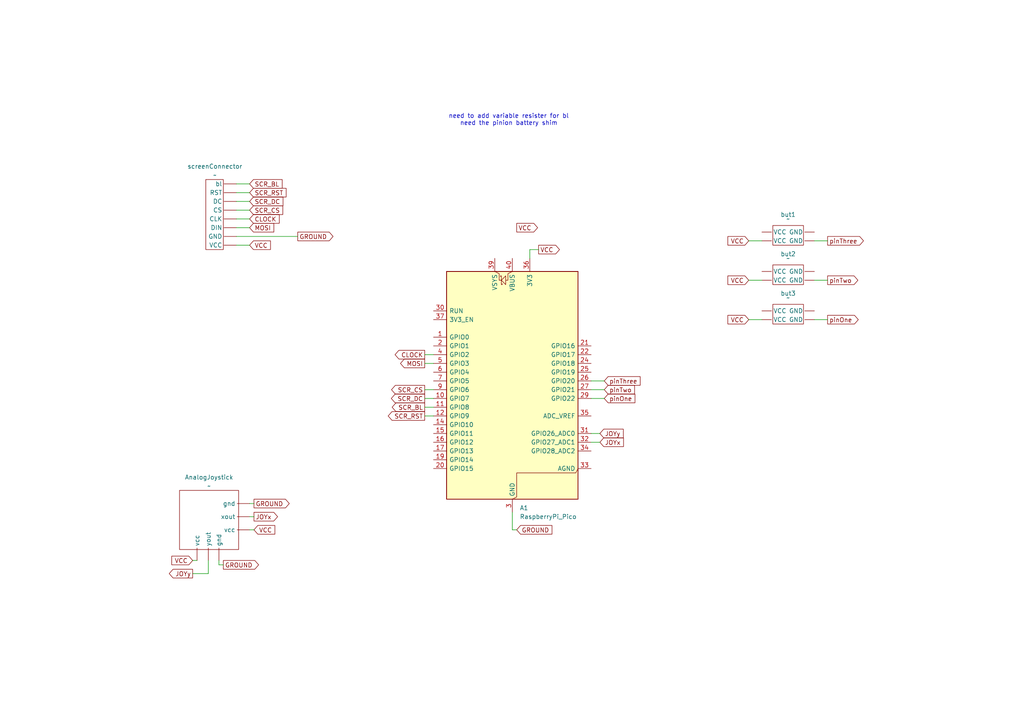
<source format=kicad_sch>
(kicad_sch (version 20250114) (generator "eeschema") (generator_version "9.0")
  (paper "A4")
  (lib_symbols
    (symbol "CompLib:2djoystick"
      (property "Reference" "U" (at 1.524 -2.286 0))
      (symbol "2djoystick_0_1"
        (rectangle (start 0 0) (end 17.145 -17.145))
      )
      (symbol "2djoystick_1_1"
        (pin power_in line (at 5.08 -20.32 90) (length 3.6) (name "vcc") (number ""))
        (pin output line (at 8.35 -20.32 90) (length 3.6) (name "yout") (number ""))
        (pin output line (at 11.43 -20.32 90) (length 3.6) (name "gnd") (number ""))
        (pin output line (at 20.32 -3.81 180) (length 3.6) (name "gnd") (number ""))
        (pin output line (at 20.32 -7.62 180) (length 3.6) (name "xout") (number ""))
        (pin power_in line (at 20.32 -11.43 180) (length 3.6) (name "vcc") (number ""))
      )
    )
    (symbol "CompLib:lcdConnector"
      (property "Reference" "U" (at -1.778 9.144 0))
      (symbol "lcdConnector_0_1"
        (rectangle (start -2.54 10.16) (end 2.54 -10.16))
      )
      (symbol "lcdConnector_1_1"
        (pin input line (at 6.35 8.89 180) (length 3.6) (name "bl") (number ""))
        (pin input line (at 6.35 6.35 180) (length 3.6) (name "RST") (number ""))
        (pin input line (at 6.35 3.81 180) (length 3.6) (name "DC") (number ""))
        (pin input line (at 6.35 1.27 180) (length 3.6) (name "CS") (number ""))
        (pin input line (at 6.35 -1.27 180) (length 3.6) (name "CLK") (number ""))
        (pin input line (at 6.35 -3.81 180) (length 3.6) (name "DIN") (number ""))
        (pin input line (at 6.35 -6.35 180) (length 3.6) (name "GND") (number ""))
        (pin input line (at 6.35 -8.89 180) (length 3.6) (name "VCC") (number ""))
      )
    )
    (symbol "CompLib:pushButton"
      (property "Reference" "U" (at 0 -0.254 0))
      (symbol "pushButton_0_1"
        (rectangle (start -4.445 3.175) (end 4.445 -2.54))
      )
      (symbol "pushButton_1_1"
        (pin input line (at -7.62 1.27 0) (length 2.8) (name "VCC") (number ""))
        (pin input line (at -7.62 -1.27 0) (length 2.8) (name "VCC") (number ""))
        (pin output line (at 7.62 1.27 180) (length 2.8) (name "GND") (number ""))
        (pin output line (at 7.62 -1.27 180) (length 2.8) (name "GND") (number ""))
      )
    )
    (symbol "MCU_Module:RaspberryPi_Pico" (pin_names (offset 0.762))
      (property "Reference" "A" (at -19.05 35.56 0))
      (property "Value" "RaspberryPi_Pico" (at 7.62 35.56 0))
      (symbol "RaspberryPi_Pico_0_1"
        (rectangle (start -19.05 34.29) (end 19.05 -31.75) (stroke (width 0.254)) (fill (type background)))
        (polyline (pts (xy -5.08 34.29) (xy -3.81 33.655) (xy -3.81 31.75) (xy -3.175 31.75)))
        (polyline (pts (xy -3.429 32.766) (xy -3.429 33.02) (xy -3.175 33.02) (xy -3.175 30.48) (xy -2.921 30.48) (xy -2.921 30.734)))
        (polyline (pts (xy -3.175 31.75) (xy -1.905 33.02) (xy -1.905 30.48) (xy -3.175 31.75)))
        (polyline (pts (xy 0 34.29) (xy -1.27 33.655) (xy -1.27 31.75) (xy -1.905 31.75)))
        (polyline (pts (xy 0 -31.75) (xy 1.27 -31.115) (xy 1.27 -24.13) (xy 18.415 -24.13) (xy 19.05 -22.86)))
      )
      (symbol "RaspberryPi_Pico_1_1"
        (pin passive line (at -22.86 22.86 0) (length 3.81) (name "RUN") (number "30"))
        (pin passive line (at -22.86 20.32 0) (length 3.81) (name "3V3_EN") (number "37"))
        (pin bidirectional line (at -22.86 15.24 0) (length 3.81) (name "GPIO0") (number "1"))
        (pin bidirectional line (at -22.86 12.7 0) (length 3.81) (name "GPIO1") (number "2"))
        (pin bidirectional line (at -22.86 10.16 0) (length 3.81) (name "GPIO2") (number "4"))
        (pin bidirectional line (at -22.86 7.62 0) (length 3.81) (name "GPIO3") (number "5"))
        (pin bidirectional line (at -22.86 5.08 0) (length 3.81) (name "GPIO4") (number "6"))
        (pin bidirectional line (at -22.86 2.54 0) (length 3.81) (name "GPIO5") (number "7"))
        (pin bidirectional line (at -22.86 0 0) (length 3.81) (name "GPIO6") (number "9"))
        (pin bidirectional line (at -22.86 -2.54 0) (length 3.81) (name "GPIO7") (number "10"))
        (pin bidirectional line (at -22.86 -5.08 0) (length 3.81) (name "GPIO8") (number "11"))
        (pin bidirectional line (at -22.86 -7.62 0) (length 3.81) (name "GPIO9") (number "12"))
        (pin bidirectional line (at -22.86 -10.16 0) (length 3.81) (name "GPIO10") (number "14"))
        (pin bidirectional line (at -22.86 -12.7 0) (length 3.81) (name "GPIO11") (number "15"))
        (pin bidirectional line (at -22.86 -15.24 0) (length 3.81) (name "GPIO12") (number "16"))
        (pin bidirectional line (at -22.86 -17.78 0) (length 3.81) (name "GPIO13") (number "17"))
        (pin bidirectional line (at -22.86 -20.32 0) (length 3.81) (name "GPIO14") (number "19"))
        (pin bidirectional line (at -22.86 -22.86 0) (length 3.81) (name "GPIO15") (number "20"))
        (pin power_in line (at -5.08 38.1 270) (length 3.81) (name "VSYS") (number "39"))
        (pin power_out line (at 0 38.1 270) (length 3.81) (name "VBUS") (number "40"))
        (pin passive line (at 0 -35.56 90) (length 3.81) (hide yes) (name "GND") (number "13"))
        (pin passive line (at 0 -35.56 90) (length 3.81) (hide yes) (name "GND") (number "18"))
        (pin passive line (at 0 -35.56 90) (length 3.81) (hide yes) (name "GND") (number "23"))
        (pin passive line (at 0 -35.56 90) (length 3.81) (hide yes) (name "GND") (number "28"))
        (pin power_out line (at 0 -35.56 90) (length 3.81) (name "GND") (number "3"))
        (pin passive line (at 0 -35.56 90) (length 3.81) (hide yes) (name "GND") (number "38"))
        (pin passive line (at 0 -35.56 90) (length 3.81) (hide yes) (name "GND") (number "8"))
        (pin power_out line (at 5.08 38.1 270) (length 3.81) (name "3V3") (number "36"))
        (pin bidirectional line (at 22.86 12.7 180) (length 3.81) (name "GPIO16") (number "21"))
        (pin bidirectional line (at 22.86 10.16 180) (length 3.81) (name "GPIO17") (number "22"))
        (pin bidirectional line (at 22.86 7.62 180) (length 3.81) (name "GPIO18") (number "24"))
        (pin bidirectional line (at 22.86 5.08 180) (length 3.81) (name "GPIO19") (number "25"))
        (pin bidirectional line (at 22.86 2.54 180) (length 3.81) (name "GPIO20") (number "26"))
        (pin bidirectional line (at 22.86 0 180) (length 3.81) (name "GPIO21") (number "27"))
        (pin bidirectional line (at 22.86 -2.54 180) (length 3.81) (name "GPIO22") (number "29"))
        (pin power_in line (at 22.86 -7.62 180) (length 3.81) (name "ADC_VREF") (number "35"))
        (pin bidirectional line (at 22.86 -12.7 180) (length 3.81) (name "GPIO26_ADC0") (number "31"))
        (pin bidirectional line (at 22.86 -15.24 180) (length 3.81) (name "GPIO27_ADC1") (number "32"))
        (pin bidirectional line (at 22.86 -17.78 180) (length 3.81) (name "GPIO28_ADC2") (number "34"))
        (pin power_out line (at 22.86 -22.86 180) (length 3.81) (name "AGND") (number "33"))
      )
    )
    (symbol "pushButton_1"
      (property "Reference" "U" (at 0 -0.254 0))
      (symbol "pushButton_1_0_1"
        (rectangle (start -4.445 3.175) (end 4.445 -2.54))
      )
      (symbol "pushButton_1_1_1"
        (pin input line (at -7.62 1.27 0) (length 2.8) (name "VCC") (number ""))
        (pin input line (at -7.62 -1.27 0) (length 2.8) (name "VCC") (number ""))
        (pin output line (at 7.62 1.27 180) (length 2.8) (name "GND") (number ""))
        (pin output line (at 7.62 -1.27 180) (length 2.8) (name "GND") (number ""))
      )
    )
    (symbol "pushButton_2"
      (property "Reference" "U" (at 0 -0.254 0))
      (symbol "pushButton_2_0_1"
        (rectangle (start -4.445 3.175) (end 4.445 -2.54))
      )
      (symbol "pushButton_2_1_1"
        (pin input line (at -7.62 1.27 0) (length 2.8) (name "VCC") (number ""))
        (pin input line (at -7.62 -1.27 0) (length 2.8) (name "VCC") (number ""))
        (pin output line (at 7.62 1.27 180) (length 2.8) (name "GND") (number ""))
        (pin output line (at 7.62 -1.27 180) (length 2.8) (name "GND") (number ""))
      )
    )
  )
  (text "need to add variable resister for bl\nneed the pinion battery shim" (at 147.574 34.798 0) (effects (font (size 1.27 1.27))))
  (wire (pts (xy 123.19 120.65) (xy 125.73 120.65)))
  (wire (pts (xy 171.45 128.27) (xy 173.99 128.27)))
  (wire (pts (xy 68.58 66.04) (xy 72.39 66.04)))
  (wire (pts (xy 148.59 148.59) (xy 148.59 153.67)))
  (wire (pts (xy 68.58 55.88) (xy 72.39 55.88)))
  (wire (pts (xy 236.22 81.28) (xy 240.03 81.28)))
  (wire (pts (xy 123.19 105.41) (xy 125.73 105.41)))
  (wire (pts (xy 68.58 63.5) (xy 72.39 63.5)))
  (wire (pts (xy 153.67 74.93) (xy 153.67 72.39)))
  (wire (pts (xy 171.45 110.49) (xy 175.26 110.49)))
  (wire (pts (xy 123.19 115.57) (xy 125.73 115.57)))
  (wire (pts (xy 217.17 92.71) (xy 220.98 92.71)))
  (wire (pts (xy 123.19 118.11) (xy 125.73 118.11)))
  (wire (pts (xy 123.19 113.03) (xy 125.73 113.03)))
  (wire (pts (xy 55.88 166.37) (xy 60.42 166.37)))
  (wire (pts (xy 217.17 69.85) (xy 220.98 69.85)))
  (wire (pts (xy 217.17 81.28) (xy 220.98 81.28)))
  (wire (pts (xy 148.59 153.67) (xy 149.86 153.67)))
  (wire (pts (xy 171.45 115.57) (xy 175.26 115.57)))
  (wire (pts (xy 72.39 146.05) (xy 73.66 146.05)))
  (wire (pts (xy 60.42 166.37) (xy 60.42 162.56)))
  (wire (pts (xy 171.45 125.73) (xy 173.99 125.73)))
  (wire (pts (xy 64.77 163.83) (xy 63.5 163.83)))
  (wire (pts (xy 68.58 68.58) (xy 86.36 68.58)))
  (wire (pts (xy 153.67 72.39) (xy 156.21 72.39)))
  (wire (pts (xy 68.58 71.12) (xy 72.39 71.12)))
  (wire (pts (xy 236.22 92.71) (xy 240.03 92.71)))
  (wire (pts (xy 68.58 53.34) (xy 72.39 53.34)))
  (wire (pts (xy 68.58 58.42) (xy 72.39 58.42)))
  (wire (pts (xy 123.19 102.87) (xy 125.73 102.87)))
  (wire (pts (xy 72.39 149.86) (xy 73.66 149.86)))
  (wire (pts (xy 68.58 60.96) (xy 72.39 60.96)))
  (wire (pts (xy 55.88 162.56) (xy 57.15 162.56)))
  (wire (pts (xy 63.5 163.83) (xy 63.5 162.56)))
  (wire (pts (xy 72.39 153.67) (xy 73.66 153.67)))
  (wire (pts (xy 236.22 69.85) (xy 240.03 69.85)))
  (wire (pts (xy 171.45 113.03) (xy 175.26 113.03)))
  (global_label "CLOCK" (shape input) (at 72.39 63.5 0) (property "Intersheetrefs" "${INTERSHEET_REFS}" (effects (hide yes))))
  (global_label "SCR_BL" (shape input) (at 72.39 53.34 0) (property "Intersheetrefs" "${INTERSHEET_REFS}" (effects (hide yes))))
  (global_label "MOSI" (shape input) (at 72.39 66.04 0) (property "Intersheetrefs" "${INTERSHEET_REFS}" (effects (hide yes))))
  (global_label "pinThree" (shape output) (at 240.03 69.85 0) (property "Intersheetrefs" "${INTERSHEET_REFS}" (effects (hide yes))))
  (global_label "GROUND" (shape output) (at 86.36 68.58 0) (property "Intersheetrefs" "${INTERSHEET_REFS}" (effects (hide yes))))
  (global_label "MOSI" (shape output) (at 123.19 105.41 180) (property "Intersheetrefs" "${INTERSHEET_REFS}" (effects (hide yes))))
  (global_label "pinOne" (shape input) (at 175.26 115.57 0) (property "Intersheetrefs" "${INTERSHEET_REFS}" (effects (hide yes))))
  (global_label "pinTwo" (shape output) (at 240.03 81.28 0) (property "Intersheetrefs" "${INTERSHEET_REFS}" (effects (hide yes))))
  (global_label "VCC" (shape input) (at 55.88 162.56 180) (property "Intersheetrefs" "${INTERSHEET_REFS}" (effects (hide yes))))
  (global_label "GROUND" (shape output) (at 64.77 163.83 0) (property "Intersheetrefs" "${INTERSHEET_REFS}" (effects (hide yes))))
  (global_label "JOYx" (shape output) (at 73.66 149.86 0) (property "Intersheetrefs" "${INTERSHEET_REFS}" (effects (hide yes))))
  (global_label "SCR_BL" (shape output) (at 123.19 118.11 180) (property "Intersheetrefs" "${INTERSHEET_REFS}" (effects (hide yes))))
  (global_label "VCC" (shape input) (at 217.17 69.85 180) (property "Intersheetrefs" "${INTERSHEET_REFS}" (effects (hide yes))))
  (global_label "JOYy" (shape output) (at 55.88 166.37 180) (property "Intersheetrefs" "${INTERSHEET_REFS}" (effects (hide yes))))
  (global_label "SCR_CS" (shape input) (at 72.39 60.96 0) (property "Intersheetrefs" "${INTERSHEET_REFS}" (effects (hide yes))))
  (global_label "CLOCK" (shape output) (at 123.19 102.87 180) (property "Intersheetrefs" "${INTERSHEET_REFS}" (effects (hide yes))))
  (global_label "VCC" (shape input) (at 73.66 153.67 0) (property "Intersheetrefs" "${INTERSHEET_REFS}" (effects (hide yes))))
  (global_label "VCC" (shape input) (at 217.17 92.71 180) (property "Intersheetrefs" "${INTERSHEET_REFS}" (effects (hide yes))))
  (global_label "SCR_RST" (shape output) (at 123.19 120.65 180) (property "Intersheetrefs" "${INTERSHEET_REFS}" (effects (hide yes))))
  (global_label "GROUND" (shape output) (at 73.66 146.05 0) (property "Intersheetrefs" "${INTERSHEET_REFS}" (effects (hide yes))))
  (global_label "SCR_CS" (shape output) (at 123.19 113.03 180) (property "Intersheetrefs" "${INTERSHEET_REFS}" (effects (hide yes))))
  (global_label "SCR_DC" (shape output) (at 123.19 115.57 180) (property "Intersheetrefs" "${INTERSHEET_REFS}" (effects (hide yes))))
  (global_label "SCR_RST" (shape input) (at 72.39 55.88 0) (property "Intersheetrefs" "${INTERSHEET_REFS}" (effects (hide yes))))
  (global_label "SCR_DC" (shape input) (at 72.39 58.42 0) (property "Intersheetrefs" "${INTERSHEET_REFS}" (effects (hide yes))))
  (global_label "GROUND" (shape input) (at 149.86 153.67 0) (property "Intersheetrefs" "${INTERSHEET_REFS}" (effects (hide yes))))
  (global_label "JOYy" (shape input) (at 173.99 125.73 0) (property "Intersheetrefs" "${INTERSHEET_REFS}" (effects (hide yes))))
  (global_label "VCC" (shape input) (at 72.39 71.12 0) (property "Intersheetrefs" "${INTERSHEET_REFS}" (effects (hide yes))))
  (global_label "VCC" (shape output) (at 156.21 72.39 0) (property "Intersheetrefs" "${INTERSHEET_REFS}" (effects (hide yes))))
  (global_label "VCC" (shape output) (at 149.86 66.04 0) (property "Intersheetrefs" "${INTERSHEET_REFS}" (effects (hide yes))))
  (global_label "JOYx" (shape input) (at 173.99 128.27 0) (property "Intersheetrefs" "${INTERSHEET_REFS}" (effects (hide yes))))
  (global_label "VCC" (shape input) (at 217.17 81.28 180) (property "Intersheetrefs" "${INTERSHEET_REFS}" (effects (hide yes))))
  (global_label "pinOne" (shape output) (at 240.03 92.71 0) (property "Intersheetrefs" "${INTERSHEET_REFS}" (effects (hide yes))))
  (global_label "pinThree" (shape input) (at 175.26 110.49 0) (property "Intersheetrefs" "${INTERSHEET_REFS}" (effects (hide yes))))
  (global_label "pinTwo" (shape input) (at 175.26 113.03 0) (property "Intersheetrefs" "${INTERSHEET_REFS}" (effects (hide yes))))
  (symbol (lib_id "CompLib:2djoystick") (at 52.07 142.24 0) (unit 1)
    (property "Reference" "AnalogJoystick" (at 60.6425 138.43 0))
    (property "Value" "~" (at 60.6425 140.97 0))
  )
  (symbol (lib_id "MCU_Module:RaspberryPi_Pico") (at 148.59 113.03 0) (unit 1)
    (property "Reference" "A1" (at 150.7333 147.32 0) (effects (justify left)))
    (property "Value" "RaspberryPi_Pico" (at 150.7333 149.86 0) (effects (justify left)))
    (property "Footprint" "Module:RaspberryPi_Pico_Common_Unspecified" (effects (hide yes)))
    (property "Datasheet" "https://datasheets.raspberrypi.com/pico/pico-datasheet.pdf" (effects (hide yes)))
    (property "Description" "Versatile and inexpensive microcontroller module powered by RP2040 dual-core Arm Cortex-M0+ processor up to 133 MHz, 264kB SRAM, 2MB QSPI flash; also supports Raspberry Pi Pico 2" (effects (hide yes)))
  )
  (symbol (lib_name "pushButton_1") (lib_id "CompLib:pushButton") (at 228.6 80.01 0) (unit 1)
    (property "Reference" "but2" (at 228.6 73.66 0))
    (property "Value" "~" (at 228.6 74.93 0))
  )
  (symbol (lib_id "CompLib:pushButton") (at 228.6 68.58 0) (unit 1)
    (property "Reference" "but1" (at 228.6 62.23 0))
    (property "Value" "~" (at 228.6 63.5 0))
  )
  (symbol (lib_id "CompLib:lcdConnector") (at 62.23 62.23 0) (unit 1)
    (property "Reference" "screenConnector" (at 62.335 48.26 0))
    (property "Value" "~" (at 62.335 50.8 0))
  )
  (symbol (lib_name "pushButton_2") (lib_id "CompLib:pushButton") (at 228.6 91.44 0) (unit 1)
    (property "Reference" "but3" (at 228.6 85.09 0))
    (property "Value" "~" (at 228.6 86.36 0))
  )
)
</source>
